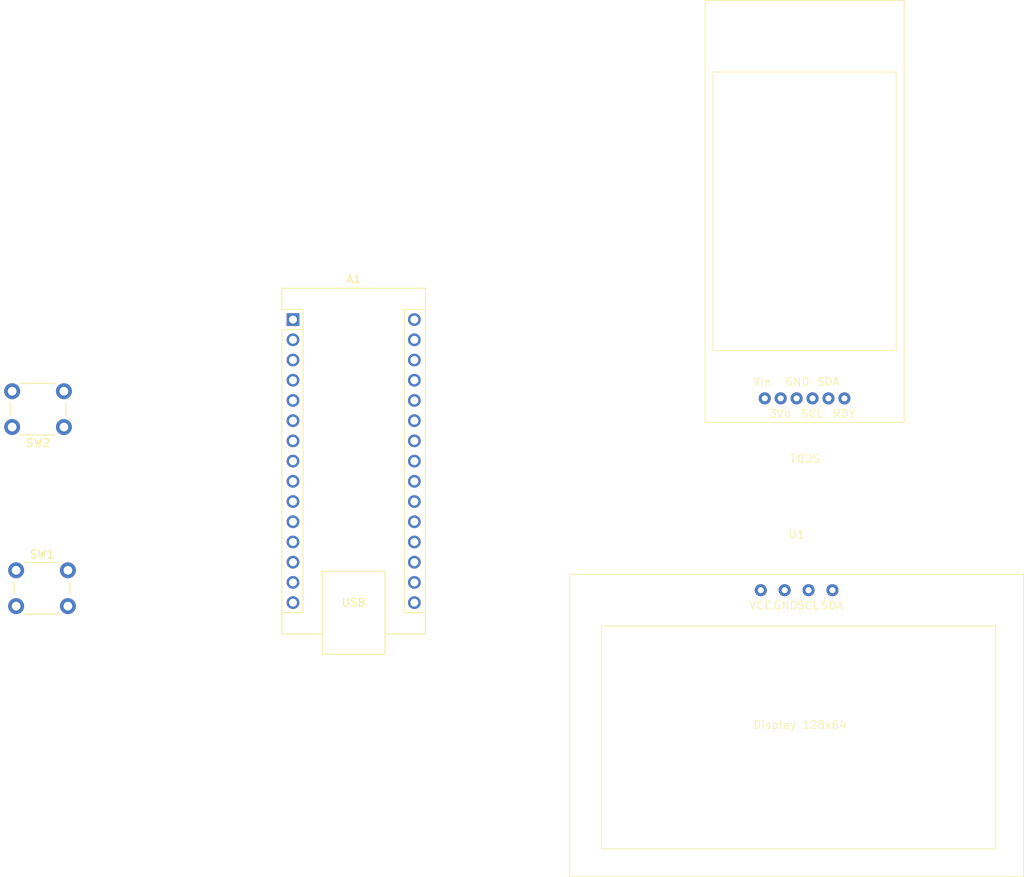
<source format=kicad_pcb>
(kicad_pcb (version 20240108) (generator "pcbnew") (generator_version "8.0")
  (layers (0 "F.Cu" jumper) (31 "B.Cu" signal) (34 "B.Paste" user) (35 "F.Paste" user) (36 "B.SilkS" user "B.Silkscreen") (37 "F.SilkS" user "F.Silkscreen") (38 "B.Mask" user) (39 "F.Mask" user) (44 "Edge.Cuts" user))
  (net 0 "")
  (net 2 "+5V")
  (net 3 "/I2C.SCL")
  (net 8 "/I2C.SDA")
  (net 10 "Net-(A1-+5V)")
  (net 12 "Net-(A1-D6)")
  (net 13 "Net-(A1-D3)")
  (net 17 "GND")
  (net 25 "Net-(A1-D2)")
  (net 28 "Net-(A1-D5)")
  (net 32 "Net-(A1-D8)")
  (footprint "Library:Adafruit SCD30" (layer "F.Cu") (at 197.5 72.4 180)
    (property "Reference" "SCD1" (at 0 -0.5 180) (layer "F.SilkS") (effects (font (thickness 0.1))))
    (property "Value" "Adafruit SCD30")
    (fp_rect (start -11.5 13) (end 11.5 48) (stroke (width 0.1)) (fill none) (layer "F.SilkS"))
    (fp_rect (start -12.5 4) (end 12.5 57) (stroke (width 0.1)) (fill none) (layer "F.SilkS"))
    (fp_text user "Vin" (at 6.5 8.5 0) (layer "F.SilkS") (effects (font (thickness 0.1)) (justify left bottom)))
    (fp_text user "GND" (at 2.5 8.5 0) (layer "F.SilkS") (effects (font (thickness 0.1)) (justify left bottom)))
    (fp_text user "SCL" (at 0.5 4.5 0) (layer "F.SilkS") (effects (font (thickness 0.1)) (justify left bottom)))
    (fp_text user "RDY" (at -3.5 4.5 0) (layer "F.SilkS") (effects (font (thickness 0.1)) (justify left bottom)))
    (fp_text user "SDA" (at -1.5 8.5 0) (layer "F.SilkS") (effects (font (thickness 0.1)) (justify left bottom)))
    (fp_text user "3Vo" (at 4.5 4.5 0) (layer "F.SilkS") (effects (font (thickness 0.1)) (justify left bottom)))
    (pad "1" thru_hole circle (at 5 7 90) (size 1.524 1.524) (drill 0.762) (layers "*.Cu" "*.Mask") (net 10 "Net-(A1-+5V)"))
    (pad "2" thru_hole circle (at 3 7 90) (size 1.524 1.524) (drill 0.762) (layers "*.Cu" "*.Mask"))
    (pad "3" thru_hole circle (at 1 7 90) (size 1.524 1.524) (drill 0.762) (layers "*.Cu" "*.Mask") (net 17 "GND"))
    (pad "4" thru_hole circle (at -1 7 90) (size 1.524 1.524) (drill 0.762) (layers "*.Cu" "*.Mask") (net 3 "/I2C.SCL"))
    (pad "5" thru_hole circle (at -3 7 90) (size 1.524 1.524) (drill 0.762) (layers "*.Cu" "*.Mask") (net 8 "/I2C.SDA"))
    (pad "6" thru_hole circle (at -5 7 90) (size 1.524 1.524) (drill 0.762) (layers "*.Cu" "*.Mask"))
  )
  (footprint "Module:Arduino_Nano" (layer "F.Cu") (at 133.26 55.5)
    (property "Reference" "A1" (at 7.62 -5.08 360) (layer "F.SilkS"))
    (property "Value" "Arduino_Nano_v2.x")
    (fp_line (start -1.4 -3.94) (end -1.4 -1.27) (stroke (width 0.12)) (layer "F.SilkS"))
    (fp_line (start -1.4 1.27) (end -1.4 39.5) (stroke (width 0.12)) (layer "F.SilkS"))
    (fp_line (start -1.4 39.5) (end 3.68 39.5) (stroke (width 0.12)) (layer "F.SilkS"))
    (fp_line (start 1.27 -1.27) (end -1.4 -1.27) (stroke (width 0.12)) (layer "F.SilkS"))
    (fp_line (start 1.27 1.27) (end -1.4 1.27) (stroke (width 0.12)) (layer "F.SilkS"))
    (fp_line (start 1.27 1.27) (end 1.27 -1.27) (stroke (width 0.12)) (layer "F.SilkS"))
    (fp_line (start 1.27 1.27) (end 1.27 36.83) (stroke (width 0.12)) (layer "F.SilkS"))
    (fp_line (start 1.27 36.83) (end -1.4 36.83) (stroke (width 0.12)) (layer "F.SilkS"))
    (fp_line (start 3.68 31.62) (end 11.56 31.62) (stroke (width 0.12)) (layer "F.SilkS"))
    (fp_line (start 3.68 42.04) (end 3.68 31.62) (stroke (width 0.12)) (layer "F.SilkS"))
    (fp_line (start 11.56 31.62) (end 11.56 42.04) (stroke (width 0.12)) (layer "F.SilkS"))
    (fp_line (start 11.56 42.04) (end 3.68 42.04) (stroke (width 0.12)) (layer "F.SilkS"))
    (fp_line (start 13.97 -1.27) (end 13.97 36.83) (stroke (width 0.12)) (layer "F.SilkS"))
    (fp_line (start 13.97 -1.27) (end 16.64 -1.27) (stroke (width 0.12)) (layer "F.SilkS"))
    (fp_line (start 13.97 36.83) (end 16.64 36.83) (stroke (width 0.12)) (layer "F.SilkS"))
    (fp_line (start 16.64 -3.94) (end -1.4 -3.94) (stroke (width 0.12)) (layer "F.SilkS"))
    (fp_line (start 16.64 39.5) (end 11.56 39.5) (stroke (width 0.12)) (layer "F.SilkS"))
    (fp_line (start 16.64 39.5) (end 16.64 -3.94) (stroke (width 0.12)) (layer "F.SilkS"))
    (fp_text user "USB" (at 7.62 35.56 0) (layer "F.SilkS"))
    (pad "1" thru_hole rect (at 0 0) (size 1.6 1.6) (drill 1) (layers "*.Cu" "*.Mask"))
    (pad "2" thru_hole oval (at 0 2.54) (size 1.6 1.6) (drill 1) (layers "*.Cu" "*.Mask"))
    (pad "3" thru_hole oval (at 0 5.08) (size 1.6 1.6) (drill 1) (layers "*.Cu" "*.Mask"))
    (pad "4" thru_hole oval (at 0 7.62) (size 1.6 1.6) (drill 1) (layers "*.Cu" "*.Mask") (net 17 "GND"))
    (pad "5" thru_hole oval (at 0 10.16) (size 1.6 1.6) (drill 1) (layers "*.Cu" "*.Mask") (net 25 "Net-(A1-D2)"))
    (pad "6" thru_hole oval (at 0 12.7) (size 1.6 1.6) (drill 1) (layers "*.Cu" "*.Mask") (net 13 "Net-(A1-D3)"))
    (pad "7" thru_hole oval (at 0 15.24) (size 1.6 1.6) (drill 1) (layers "*.Cu" "*.Mask"))
    (pad "8" thru_hole oval (at 0 17.78) (size 1.6 1.6) (drill 1) (layers "*.Cu" "*.Mask") (net 28 "Net-(A1-D5)"))
    (pad "9" thru_hole oval (at 0 20.32) (size 1.6 1.6) (drill 1) (layers "*.Cu" "*.Mask") (net 12 "Net-(A1-D6)"))
    (pad "10" thru_hole oval (at 0 22.86) (size 1.6 1.6) (drill 1) (layers "*.Cu" "*.Mask"))
    (pad "11" thru_hole oval (at 0 25.4) (size 1.6 1.6) (drill 1) (layers "*.Cu" "*.Mask") (net 32 "Net-(A1-D8)"))
    (pad "12" thru_hole oval (at 0 27.94) (size 1.6 1.6) (drill 1) (layers "*.Cu" "*.Mask"))
    (pad "13" thru_hole oval (at 0 30.48) (size 1.6 1.6) (drill 1) (layers "*.Cu" "*.Mask"))
    (pad "14" thru_hole oval (at 0 33.02) (size 1.6 1.6) (drill 1) (layers "*.Cu" "*.Mask"))
    (pad "15" thru_hole oval (at 0 35.56) (size 1.6 1.6) (drill 1) (layers "*.Cu" "*.Mask"))
    (pad "16" thru_hole oval (at 15.24 35.56) (size 1.6 1.6) (drill 1) (layers "*.Cu" "*.Mask"))
    (pad "17" thru_hole oval (at 15.24 33.02) (size 1.6 1.6) (drill 1) (layers "*.Cu" "*.Mask"))
    (pad "18" thru_hole oval (at 15.24 30.48) (size 1.6 1.6) (drill 1) (layers "*.Cu" "*.Mask"))
    (pad "19" thru_hole oval (at 15.24 27.94) (size 1.6 1.6) (drill 1) (layers "*.Cu" "*.Mask"))
    (pad "20" thru_hole oval (at 15.24 25.4) (size 1.6 1.6) (drill 1) (layers "*.Cu" "*.Mask"))
    (pad "21" thru_hole oval (at 15.24 22.86) (size 1.6 1.6) (drill 1) (layers "*.Cu" "*.Mask"))
    (pad "22" thru_hole oval (at 15.24 20.32) (size 1.6 1.6) (drill 1) (layers "*.Cu" "*.Mask"))
    (pad "23" thru_hole oval (at 15.24 17.78) (size 1.6 1.6) (drill 1) (layers "*.Cu" "*.Mask") (net 8 "/I2C.SDA"))
    (pad "24" thru_hole oval (at 15.24 15.24) (size 1.6 1.6) (drill 1) (layers "*.Cu" "*.Mask") (net 3 "/I2C.SCL"))
    (pad "25" thru_hole oval (at 15.24 12.7) (size 1.6 1.6) (drill 1) (layers "*.Cu" "*.Mask"))
    (pad "26" thru_hole oval (at 15.24 10.16) (size 1.6 1.6) (drill 1) (layers "*.Cu" "*.Mask"))
    (pad "27" thru_hole oval (at 15.24 7.62) (size 1.6 1.6) (drill 1) (layers "*.Cu" "*.Mask") (net 10 "Net-(A1-+5V)"))
    (pad "28" thru_hole oval (at 15.24 5.08) (size 1.6 1.6) (drill 1) (layers "*.Cu" "*.Mask"))
    (pad "29" thru_hole oval (at 15.24 2.54) (size 1.6 1.6) (drill 1) (layers "*.Cu" "*.Mask"))
    (pad "30" thru_hole oval (at 15.24 0) (size 1.6 1.6) (drill 1) (layers "*.Cu" "*.Mask") (net 2 "+5V"))
  )
  (footprint "Library:Mounted OLED Display" (layer "F.Cu") (at 196.5 83)
    (property "Reference" "U1" (at 0 -0.5 0) (layer "F.SilkS") (effects (font (thickness 0.1))))
    (property "Value" "Display OLED")
    (fp_rect (start -28.5 4.5) (end 28.5 42.5) (stroke (width 0.1)) (fill none) (layer "F.SilkS"))
    (fp_rect (start -24.5 11) (end 25 39) (stroke (width 0.1)) (fill none) (layer "F.SilkS"))
    (fp_text user "VCC" (at -6 9 0) (layer "F.SilkS") (effects (font (thickness 0.1)) (justify left bottom)))
    (fp_text user "SDA" (at 3 9 0) (layer "F.SilkS") (effects (font (thickness 0.1)) (justify left bottom)))
    (fp_text user "GND" (at -3 9 0) (layer "F.SilkS") (effects (font (thickness 0.1)) (justify left bottom)))
    (fp_text user "Display 128x64" (at -5.5 24 0) (layer "F.SilkS") (effects (font (thickness 0.1)) (justify left bottom)))
    (fp_text user "SCL" (at 0 9 0) (layer "F.SilkS") (effects (font (thickness 0.1)) (justify left bottom)))
    (pad "1" thru_hole circle (at -4.5 6.5) (size 1.524 1.524) (drill 0.762) (layers "*.Cu" "*.Mask") (net 10 "Net-(A1-+5V)"))
    (pad "2" thru_hole circle (at -1.5 6.5) (size 1.524 1.524) (drill 0.762) (layers "*.Cu" "*.Mask") (net 17 "GND"))
    (pad "3" thru_hole circle (at 1.5 6.5) (size 1.524 1.524) (drill 0.762) (layers "*.Cu" "*.Mask") (net 3 "/I2C.SCL"))
    (pad "4" thru_hole circle (at 4.5 6.5) (size 1.524 1.524) (drill 0.762) (layers "*.Cu" "*.Mask") (net 8 "/I2C.SDA"))
  )
  (footprint "Button_Switch_THT:SW_PUSH_6mm" (layer "F.Cu") (at 104.5 69 180)
    (property "Reference" "SW2" (at 3.25 -2 180) (layer "F.SilkS"))
    (property "Value" "SW_Push")
    (fp_line (start 6.75 3) (end 6.75 1.5) (stroke (width 0.12)) (layer "F.SilkS"))
    (fp_line (start 5.5 -1) (end 1 -1) (stroke (width 0.12)) (layer "F.SilkS"))
    (fp_line (start 1 5.5) (end 5.5 5.5) (stroke (width 0.12)) (layer "F.SilkS"))
    (fp_line (start -0.25 1.5) (end -0.25 3) (stroke (width 0.12)) (layer "F.SilkS"))
    (pad "1" thru_hole circle (at 0 0 270) (size 2 2) (drill 1.1) (layers "*.Cu" "*.Mask") (net 17 "GND"))
    (pad "1" thru_hole circle (at 6.5 0 270) (size 2 2) (drill 1.1) (layers "*.Cu" "*.Mask") (net 17 "GND"))
    (pad "2" thru_hole circle (at 0 4.5 270) (size 2 2) (drill 1.1) (layers "*.Cu" "*.Mask") (net 13 "Net-(A1-D3)"))
    (pad "2" thru_hole circle (at 6.5 4.5 270) (size 2 2) (drill 1.1) (layers "*.Cu" "*.Mask") (net 13 "Net-(A1-D3)"))
  )
  (footprint "Button_Switch_THT:SW_PUSH_6mm" (layer "F.Cu") (at 98.5 87)
    (property "Reference" "SW1" (at 3.25 -2 360) (layer "F.SilkS"))
    (property "Value" "SW_Push")
    (fp_line (start -0.25 1.5) (end -0.25 3) (stroke (width 0.12)) (layer "F.SilkS"))
    (fp_line (start 1 5.5) (end 5.5 5.5) (stroke (width 0.12)) (layer "F.SilkS"))
    (fp_line (start 5.5 -1) (end 1 -1) (stroke (width 0.12)) (layer "F.SilkS"))
    (fp_line (start 6.75 3) (end 6.75 1.5) (stroke (width 0.12)) (layer "F.SilkS"))
    (pad "1" thru_hole circle (at 0 0 90) (size 2 2) (drill 1.1) (layers "*.Cu" "*.Mask") (net 17 "GND"))
    (pad "1" thru_hole circle (at 6.5 0 90) (size 2 2) (drill 1.1) (layers "*.Cu" "*.Mask") (net 17 "GND"))
    (pad "2" thru_hole circle (at 0 4.5 90) (size 2 2) (drill 1.1) (layers "*.Cu" "*.Mask") (net 25 "Net-(A1-D2)"))
    (pad "2" thru_hole circle (at 6.5 4.5 90) (size 2 2) (drill 1.1) (layers "*.Cu" "*.Mask") (net 25 "Net-(A1-D2)"))
  )
)
</source>
